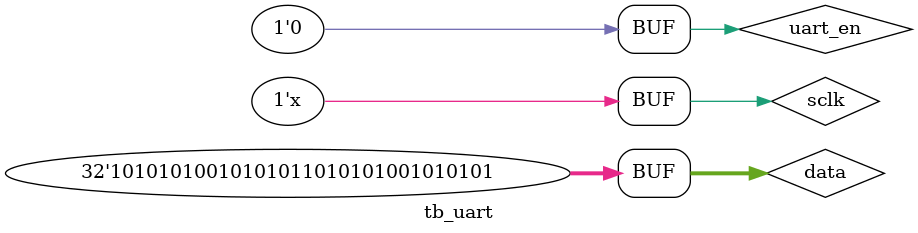
<source format=v>
`timescale	1ns/1ps

module	tb_uart();

reg 	[31:0]	data = 32'b10101010_01010101_10101010_01010101;		//0001_0010_0011_0001_0010_0011_0001_0010		h12312312
reg		sclk;
reg		uart_en;

wire	wr_clk;
wire 	tx;
//---------------------------//
initial		sclk = 1;
always	#5	sclk = ~sclk;
//---------------------------//
initial		uart_en = 1;
always	begin
	#1700000
	uart_en = 0;

end


uart_tx			uart_tx_inst(
	.clk		(sclk),
	.data		(data),
	.uart_en	(uart_en),
	.wr_clk		(wr_clk),
	.tx			(tx)
);



endmodule


</source>
